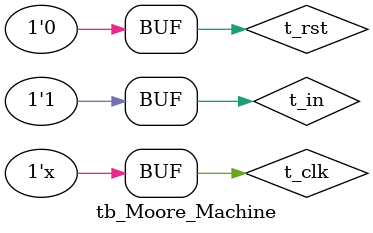
<source format=v>
`timescale 1ns/1ps

module tb_Moore_Machine;

reg t_clk;
reg t_rst;
reg t_in;
wire t_out;

Moore_Machine t_Moore_Machine
(
	.clk(t_clk),
	.rst(t_rst),
	.in(t_in),
	.out(t_out)
);

initial
begin
	t_clk = 1'b1;
	t_rst = 1'b1;
	t_in = 1'b0;
	// ST : S0, NST : S0, Z = 0
end

always
begin
	#5 t_clk = ~t_clk;
end

initial
begin
	#10 t_in = 1'b1; t_rst = 1'b0;  // ST : S0, NST : S1, Z = 0
	#10 t_in = 1'b0; t_rst = 1'b0;  // ST : S1, NST : S2, Z = 0
	#10 t_in = 1'b0; t_rst = 1'b0;  // ST : S2, NST : S0, Z = 0
	#10 t_in = 1'b1; t_rst = 1'b0;  // ST : S0, NST : S1, Z = 0
	
	#10 t_in = 1'b1; t_rst = 1'b1;  // ST : S0, NST : S1, Z = 0 RESET! S0 
	#10 t_in = 1'b0; t_rst = 1'b0;  // ST : S1, NST : S2, Z = 0  	
	#10 t_in = 1'b1; t_rst = 1'b0;  // ST : S2, NST : S1, Z = 0
	#5  t_in = 1'b0; t_rst = 1'b0;  // ST : S2, NST : S0, Z = 0 Input changed during Clock Period
	#5  t_in = 1'b0; t_rst = 1'b0;  // ST : S0, NST : S0, Z = 0  
	#5  t_in = 1'b1; t_rst = 1'b0;  // ST : S0, NST : S1, Z = 0 Input changed during Clock Period
	#5  t_in = 1'b1; t_rst = 1'b0;  // ST : S1, NST : S1, Z = 0
	
	#10 t_in = 1'b0; t_rst = 1'b0;	// ST : S1, NST : S2, Z = 0
	#10 t_in = 1'b1; t_rst = 1'b0;  // ST : S2, NST : S3, Z = 0
	#10 t_in = 1'b1; t_rst = 1'b0;	// ST : S3, NST : S1, Z = 1 
	#10 t_in = 1'b0; t_rst = 1'b1;	// ST : S0, NST : S0, Z = 0 RESET! S0
	#5  t_in = 1'b1; t_rst = 1'b0;  // ST : S0, NST : S1, Z = 0 Input changed during Clock Period
	#5  t_in = 1'b1; t_rst = 1'b0;  // ST : S1, NST : S1, Z = 0
	#10 t_in = 1'b0; t_rst = 1'b0;  // ST : S1, NST : S2, Z = 0
	#10 t_in = 1'b1; t_rst = 1'b0;  // ST : S2, NST : S3, Z = 0
end
//@(posdege clk)
endmodule

</source>
